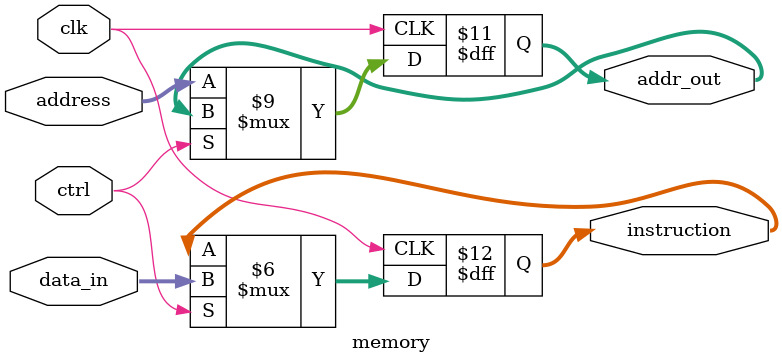
<source format=v>
module memory (clk, ctrl, address, data_in, addr_out, instruction);
	input clk, ctrl;
	input [7:0] address; //input from CU
	input [7:0] data_in;//input from memory 
	output reg [7:0] addr_out = 0; //output to memory
	output reg [7:0] instruction = 0;//output to CU
		
	always @(posedge clk) begin
		//ctrl 0 = read; ctrl 1 = write;
		if(!ctrl)
			addr_out <= address;
		else
			instruction <= data_in;
	end
endmodule

</source>
